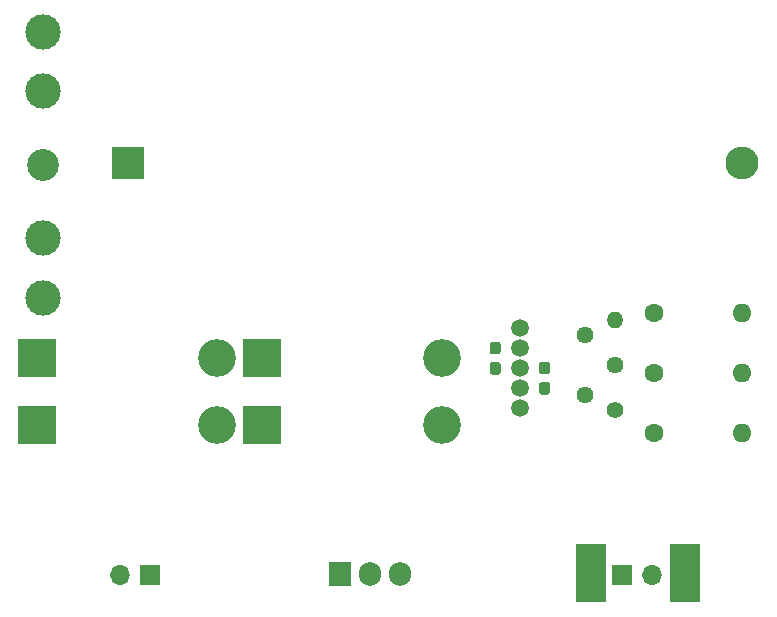
<source format=gbr>
%TF.GenerationSoftware,KiCad,Pcbnew,5.1.8-5.1.8*%
%TF.CreationDate,2023-07-26T00:19:43+02:00*%
%TF.ProjectId,C64-PSU-PCB-replacement-for-902503-06,4336342d-5053-4552-9d50-43422d726570,rev?*%
%TF.SameCoordinates,Original*%
%TF.FileFunction,Soldermask,Bot*%
%TF.FilePolarity,Negative*%
%FSLAX46Y46*%
G04 Gerber Fmt 4.6, Leading zero omitted, Abs format (unit mm)*
G04 Created by KiCad (PCBNEW 5.1.8-5.1.8) date 2023-07-26 00:19:43*
%MOMM*%
%LPD*%
G01*
G04 APERTURE LIST*
%ADD10C,1.500000*%
%ADD11C,3.000000*%
%ADD12R,2.500000X5.000000*%
%ADD13O,1.905000X2.000000*%
%ADD14R,1.905000X2.000000*%
%ADD15O,1.700000X1.700000*%
%ADD16R,1.700000X1.700000*%
%ADD17C,2.700000*%
%ADD18C,1.440000*%
%ADD19O,1.400000X1.400000*%
%ADD20C,1.400000*%
%ADD21O,3.200000X3.200000*%
%ADD22R,3.200000X3.200000*%
%ADD23R,3.200001X3.200001*%
%ADD24O,3.200001X3.200001*%
%ADD25O,1.600000X1.600000*%
%ADD26C,1.600000*%
%ADD27O,2.800000X2.800000*%
%ADD28R,2.800000X2.800000*%
G04 APERTURE END LIST*
D10*
%TO.C,PS1*%
X73914000Y-54004000D03*
X73914000Y-55704000D03*
X73914000Y-57404000D03*
X73914000Y-59104000D03*
X73914000Y-60804000D03*
%TD*%
D11*
%TO.C,J4*%
X33528000Y-33909000D03*
%TD*%
%TO.C,J3*%
X33528000Y-46355000D03*
%TD*%
%TO.C,C3*%
G36*
G01*
X75718660Y-58563220D02*
X76193660Y-58563220D01*
G75*
G02*
X76431160Y-58800720I0J-237500D01*
G01*
X76431160Y-59400720D01*
G75*
G02*
X76193660Y-59638220I-237500J0D01*
G01*
X75718660Y-59638220D01*
G75*
G02*
X75481160Y-59400720I0J237500D01*
G01*
X75481160Y-58800720D01*
G75*
G02*
X75718660Y-58563220I237500J0D01*
G01*
G37*
G36*
G01*
X75718660Y-56838220D02*
X76193660Y-56838220D01*
G75*
G02*
X76431160Y-57075720I0J-237500D01*
G01*
X76431160Y-57675720D01*
G75*
G02*
X76193660Y-57913220I-237500J0D01*
G01*
X75718660Y-57913220D01*
G75*
G02*
X75481160Y-57675720I0J237500D01*
G01*
X75481160Y-57075720D01*
G75*
G02*
X75718660Y-56838220I237500J0D01*
G01*
G37*
%TD*%
%TO.C,C2*%
G36*
G01*
X71542900Y-56879540D02*
X72017900Y-56879540D01*
G75*
G02*
X72255400Y-57117040I0J-237500D01*
G01*
X72255400Y-57717040D01*
G75*
G02*
X72017900Y-57954540I-237500J0D01*
G01*
X71542900Y-57954540D01*
G75*
G02*
X71305400Y-57717040I0J237500D01*
G01*
X71305400Y-57117040D01*
G75*
G02*
X71542900Y-56879540I237500J0D01*
G01*
G37*
G36*
G01*
X71542900Y-55154540D02*
X72017900Y-55154540D01*
G75*
G02*
X72255400Y-55392040I0J-237500D01*
G01*
X72255400Y-55992040D01*
G75*
G02*
X72017900Y-56229540I-237500J0D01*
G01*
X71542900Y-56229540D01*
G75*
G02*
X71305400Y-55992040I0J237500D01*
G01*
X71305400Y-55392040D01*
G75*
G02*
X71542900Y-55154540I237500J0D01*
G01*
G37*
%TD*%
D12*
%TO.C,REF\u002A\u002A*%
X79857600Y-74714100D03*
%TD*%
%TO.C,REF\u002A\u002A*%
X87871300Y-74714100D03*
%TD*%
D13*
%TO.C,U0*%
X63754000Y-74803000D03*
X61214000Y-74803000D03*
D14*
X58674000Y-74803000D03*
%TD*%
D15*
%TO.C,J1*%
X40005000Y-74930000D03*
D16*
X42545000Y-74930000D03*
%TD*%
D17*
%TO.C,F2*%
X33528000Y-40185000D03*
D11*
X33528000Y-28935000D03*
X33528000Y-51435000D03*
%TD*%
D18*
%TO.C,RV1*%
X79375000Y-59690000D03*
X81915000Y-57150000D03*
X79375000Y-54610000D03*
%TD*%
D19*
%TO.C,R1*%
X81915000Y-53340000D03*
D20*
X81915000Y-60960000D03*
%TD*%
D15*
%TO.C,J2*%
X85090000Y-74930000D03*
D16*
X82550000Y-74930000D03*
%TD*%
D21*
%TO.C,D4*%
X67310000Y-62230000D03*
D22*
X52070000Y-62230000D03*
%TD*%
D21*
%TO.C,D3*%
X67310000Y-56515000D03*
D23*
X52070000Y-56515000D03*
%TD*%
D21*
%TO.C,D2*%
X48260000Y-62230000D03*
D22*
X33020000Y-62230000D03*
%TD*%
D24*
%TO.C,D1*%
X48260000Y-56515000D03*
D22*
X33020000Y-56515000D03*
%TD*%
D25*
%TO.C,C6*%
X92710000Y-62865000D03*
D26*
X85210000Y-62865000D03*
%TD*%
D25*
%TO.C,C5*%
X92710000Y-57785000D03*
D26*
X85210000Y-57785000D03*
%TD*%
D25*
%TO.C,C4*%
X92710000Y-52705000D03*
D26*
X85210000Y-52705000D03*
%TD*%
D27*
%TO.C,C1*%
X92710000Y-40005000D03*
D28*
X40710000Y-40005000D03*
%TD*%
M02*

</source>
